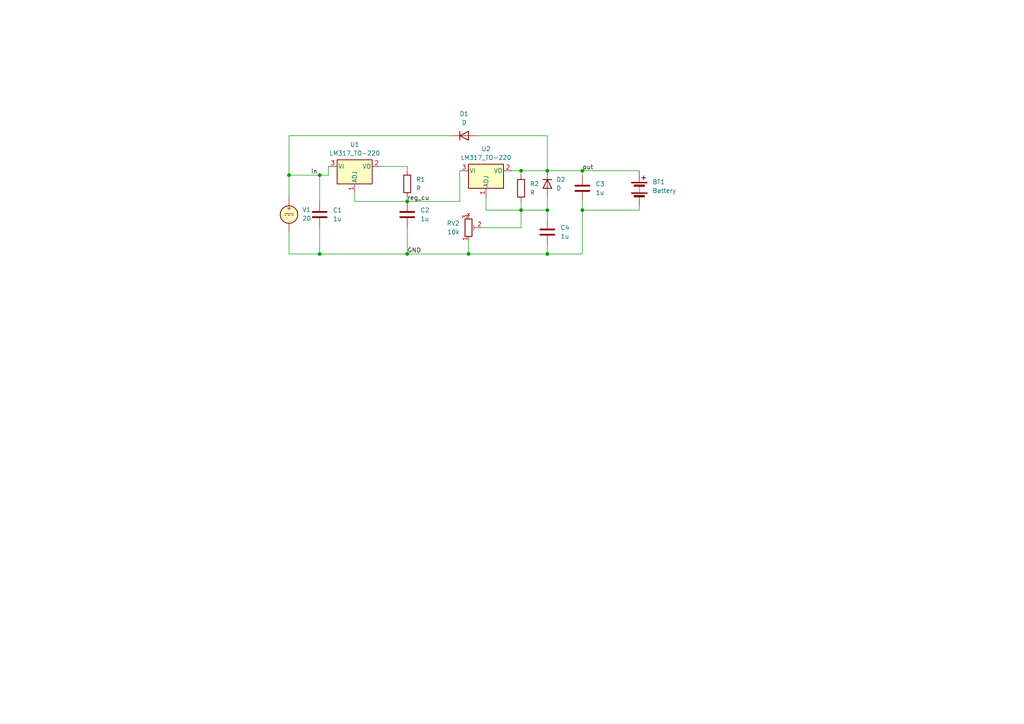
<source format=kicad_sch>
(kicad_sch (version 20250114) (generator "eeschema") (generator_version "9.0")
  (paper "A4")
  (lib_symbols
    (symbol "Device:Battery" (pin_numbers (hide yes)) (pin_names (offset 0) (hide yes))
      (property "Reference" "BT1" (at 3.81 1.8416 0))
      (property "Value" "Battery" (at 3.81 -0.6984 0))
      (symbol "Battery_0_1"
        (rectangle (start -2.286 1.778) (end 2.286 1.524) (fill (type outline)))
        (rectangle (start -2.286 -1.27) (end 2.286 -1.524) (fill (type outline)))
        (rectangle (start -1.524 1.016) (end 1.524 0.508) (fill (type outline)))
        (rectangle (start -1.524 -2.032) (end 1.524 -2.54) (fill (type outline)))
        (polyline (pts (xy 0 1.778) (xy 0 2.54)))
        (polyline (pts (xy 0 0) (xy 0 0.254)))
        (polyline (pts (xy 0 -0.508) (xy 0 -0.254)))
        (polyline (pts (xy 0 -1.016) (xy 0 -0.762)))
        (polyline (pts (xy 0.762 3.048) (xy 1.778 3.048)) (stroke (width 0.254)))
        (polyline (pts (xy 1.27 3.556) (xy 1.27 2.54)) (stroke (width 0.254)))
      )
      (symbol "Battery_1_1"
        (pin output line (at 0 5.08 270) (length 2.54) (name "+") (number "1"))
        (pin passive line (at 0 -5.08 90) (length 2.54) (name "-") (number "2"))
      )
    )
    (symbol "Device:C" (pin_numbers (hide yes)) (pin_names (offset 0.254))
      (property "Reference" "C" (at 0.635 2.54 0))
      (property "Value" "C" (at 0.635 -2.54 0))
      (symbol "C_0_1"
        (polyline (pts (xy -2.032 0.762) (xy 2.032 0.762)) (stroke (width 0.508)))
        (polyline (pts (xy -2.032 -0.762) (xy 2.032 -0.762)) (stroke (width 0.508)))
      )
      (symbol "C_1_1"
        (pin passive line (at 0 3.81 270) (length 2.794) (name "~") (number "1"))
        (pin passive line (at 0 -3.81 90) (length 2.794) (name "~") (number "2"))
      )
    )
    (symbol "Device:D" (pin_numbers (hide yes)) (pin_names (offset 1.016) (hide yes))
      (property "Reference" "D" (at 0 2.54 0))
      (property "Value" "D" (at 0 -2.54 0))
      (symbol "D_0_1"
        (polyline (pts (xy -1.27 1.27) (xy -1.27 -1.27)) (stroke (width 0.254)))
        (polyline (pts (xy 1.27 1.27) (xy 1.27 -1.27) (xy -1.27 0) (xy 1.27 1.27)) (stroke (width 0.254)))
        (polyline (pts (xy 1.27 0) (xy -1.27 0)))
      )
      (symbol "D_1_1"
        (pin passive line (at -3.81 0 0) (length 2.54) (name "K") (number "1"))
        (pin passive line (at 3.81 0 180) (length 2.54) (name "A") (number "2"))
      )
    )
    (symbol "Device:R" (pin_numbers (hide yes)) (pin_names (offset 0))
      (property "Reference" "R" (at 2.032 0 90))
      (property "Value" "R" (at 0 0 90))
      (symbol "R_0_1"
        (rectangle (start -1.016 -2.54) (end 1.016 2.54) (stroke (width 0.254)))
      )
      (symbol "R_1_1"
        (pin passive line (at 0 3.81 270) (length 1.27) (name "~") (number "1"))
        (pin passive line (at 0 -3.81 90) (length 1.27) (name "~") (number "2"))
      )
    )
    (symbol "R_Potentiometer_Trim_2" (pin_names (offset 1.016) (hide yes))
      (property "Reference" "RV2" (at -2.54 -1.2701 0))
      (property "Value" "10k" (at -2.54 1.2699 0))
      (symbol "R_Potentiometer_Trim_2_0_1"
        (rectangle (start 1.016 2.54) (end -1.016 -2.54) (stroke (width 0.254)))
        (polyline (pts (xy 1.524 0.762) (xy 1.524 -0.762)))
        (polyline (pts (xy 2.54 0) (xy 1.524 0)))
      )
      (symbol "R_Potentiometer_Trim_2_1_1"
        (pin passive line (at 0 3.81 270) (length 1.27) (name "1") (number "1"))
        (pin no_connect line (at 0 -3.81 90) (length 1.27) (name "3") (number "3"))
        (pin passive line (at 3.81 0 180) (length 1.27) (name "2") (number "2"))
      )
    )
    (symbol "Regulator_Linear:LM317_TO-220" (pin_names (offset 0.254))
      (property "Reference" "U" (at -3.81 3.175 0))
      (property "Value" "LM317_TO-220" (at 0 3.175 0))
      (symbol "LM317_TO-220_0_1"
        (rectangle (start -5.08 1.905) (end 5.08 -5.08) (stroke (width 0.254)) (fill (type background)))
      )
      (symbol "LM317_TO-220_1_1"
        (pin power_in line (at -7.62 0 0) (length 2.54) (name "VI") (number "3"))
        (pin input line (at 0 -7.62 90) (length 2.54) (name "ADJ") (number "1"))
        (pin power_out line (at 7.62 0 180) (length 2.54) (name "VO") (number "2"))
      )
    )
    (symbol "Simulation_SPICE:VDC" (pin_numbers (hide yes)) (pin_names (offset 0.0254))
      (property "Reference" "V1" (at 3.81 1.3999 0))
      (property "Value" "20" (at 3.81 -1.1401 0))
      (symbol "VDC_0_0"
        (polyline (pts (xy -1.27 0.254) (xy 1.27 0.254)))
        (polyline (pts (xy -0.762 -0.254) (xy -1.27 -0.254)))
        (polyline (pts (xy 0.254 -0.254) (xy -0.254 -0.254)))
        (polyline (pts (xy 1.27 -0.254) (xy 0.762 -0.254)))
        (text "+" (at 0 1.905 0) (effects (font (size 1.27 1.27))))
      )
      (symbol "VDC_0_1"
        (circle (center 0 0) (radius 2.54) (stroke (width 0.254)) (fill (type background)))
      )
      (symbol "VDC_1_1"
        (pin input line (at 0 5.08 270) (length 2.54) (name "~") (number "1"))
        (pin passive line (at 0 -5.08 90) (length 2.54) (name "~") (number "2"))
      )
    )
  )
  (junction (at 135.89 73.66))
  (junction (at 168.91 49.53))
  (junction (at 158.75 49.53))
  (junction (at 92.71 50.8))
  (junction (at 158.75 60.96))
  (junction (at 151.13 60.96))
  (junction (at 151.13 49.53))
  (junction (at 118.11 58.42))
  (junction (at 92.71 73.66))
  (junction (at 118.11 73.66))
  (junction (at 168.91 60.96))
  (junction (at 83.82 50.8))
  (junction (at 158.75 73.66))
  (wire (pts (xy 151.13 49.53) (xy 151.13 50.8)))
  (wire (pts (xy 168.91 49.53) (xy 185.42 49.53)))
  (wire (pts (xy 168.91 58.42) (xy 168.91 60.96)))
  (wire (pts (xy 158.75 49.53) (xy 158.75 39.37)))
  (wire (pts (xy 110.49 48.26) (xy 118.11 48.26)))
  (wire (pts (xy 135.89 73.66) (xy 158.75 73.66)))
  (wire (pts (xy 102.87 58.42) (xy 118.11 58.42)))
  (wire (pts (xy 158.75 71.12) (xy 158.75 73.66)))
  (wire (pts (xy 168.91 49.53) (xy 168.91 50.8)))
  (wire (pts (xy 135.89 69.85) (xy 135.89 73.66)))
  (wire (pts (xy 151.13 60.96) (xy 151.13 66.04)))
  (wire (pts (xy 140.97 57.15) (xy 140.97 60.96)))
  (wire (pts (xy 151.13 60.96) (xy 158.75 60.96)))
  (wire (pts (xy 92.71 50.8) (xy 92.71 58.42)))
  (wire (pts (xy 148.59 49.53) (xy 151.13 49.53)))
  (wire (pts (xy 83.82 39.37) (xy 83.82 50.8)))
  (wire (pts (xy 83.82 50.8) (xy 83.82 57.15)))
  (wire (pts (xy 118.11 73.66) (xy 135.89 73.66)))
  (wire (pts (xy 83.82 73.66) (xy 92.71 73.66)))
  (wire (pts (xy 95.25 48.26) (xy 95.25 50.8)))
  (wire (pts (xy 168.91 73.66) (xy 168.91 60.96)))
  (wire (pts (xy 151.13 66.04) (xy 139.7 66.04)))
  (wire (pts (xy 83.82 50.8) (xy 92.71 50.8)))
  (wire (pts (xy 168.91 60.96) (xy 185.42 60.96)))
  (wire (pts (xy 118.11 57.15) (xy 118.11 58.42)))
  (wire (pts (xy 158.75 73.66) (xy 168.91 73.66)))
  (wire (pts (xy 151.13 58.42) (xy 151.13 60.96)))
  (wire (pts (xy 102.87 58.42) (xy 102.87 55.88)))
  (wire (pts (xy 95.25 50.8) (xy 92.71 50.8)))
  (wire (pts (xy 118.11 58.42) (xy 133.35 58.42)))
  (wire (pts (xy 133.35 49.53) (xy 133.35 58.42)))
  (wire (pts (xy 118.11 49.53) (xy 118.11 48.26)))
  (wire (pts (xy 92.71 73.66) (xy 118.11 73.66)))
  (wire (pts (xy 158.75 60.96) (xy 158.75 63.5)))
  (wire (pts (xy 158.75 39.37) (xy 138.43 39.37)))
  (wire (pts (xy 92.71 66.04) (xy 92.71 73.66)))
  (wire (pts (xy 151.13 49.53) (xy 158.75 49.53)))
  (wire (pts (xy 118.11 66.04) (xy 118.11 73.66)))
  (wire (pts (xy 83.82 67.31) (xy 83.82 73.66)))
  (wire (pts (xy 130.81 39.37) (xy 83.82 39.37)))
  (wire (pts (xy 140.97 60.96) (xy 151.13 60.96)))
  (wire (pts (xy 158.75 60.96) (xy 158.75 57.15)))
  (wire (pts (xy 158.75 49.53) (xy 168.91 49.53)))
  (wire (pts (xy 185.42 60.96) (xy 185.42 59.69)))
  (label "GND" (at 118.11 73.66 0))
  (label "out" (at 168.91 49.53 0))
  (label "reg_cu" (at 118.11 58.42 0))
  (label "in" (at 90.17 50.8 0))
  (symbol (lib_name "R_Potentiometer_Trim_2") (lib_id "Device:R_Potentiometer_Trim") (at 135.89 66.04 0) (mirror x) (unit 1)
    (property "Reference" "RV2" (at 133.35 64.7699 0) (effects (justify right)))
    (property "Value" "10k" (at 133.35 67.3099 0) (effects (justify right)))
    (property "Footprint" "Potentiometer_THT:Potentiometer_Runtron_RM-065_Vertical" (effects (hide yes)))
    (property "Description" "Trim-potentiometer" (effects (hide yes)))
  )
  (symbol (lib_id "Device:R") (at 151.13 54.61 0) (unit 1)
    (property "Reference" "R2" (at 153.67 53.3399 0) (effects (justify left)))
    (property "Value" "R" (at 153.67 55.8799 0) (effects (justify left)))
    (property "Footprint" "Resistor_SMD:R_0805_2012Metric_Pad1.20x1.40mm_HandSolder" (effects (hide yes)))
    (property "Description" "Resistor" (effects (hide yes)))
  )
  (symbol (lib_id "Device:C") (at 92.71 62.23 0) (unit 1)
    (property "Reference" "C1" (at 96.52 60.9599 0) (effects (justify left)))
    (property "Value" "1u" (at 96.52 63.4999 0) (effects (justify left)))
    (property "Footprint" "Capacitor_SMD:C_0805_2012Metric_Pad1.18x1.45mm_HandSolder" (effects (hide yes)))
    (property "Description" "Unpolarized capacitor" (effects (hide yes)))
  )
  (symbol (lib_id "Regulator_Linear:LM317_TO-220") (at 102.87 48.26 0) (unit 1)
    (property "Reference" "U1" (at 102.87 41.91 0))
    (property "Value" "LM317_TO-220" (at 102.87 44.45 0))
    (property "Footprint" "Package_TO_SOT_THT:TO-220-3_Horizontal_TabDown" (effects (hide yes)))
    (property "Datasheet" "http://www.ti.com/lit/ds/symlink/lm317.pdf" (effects (hide yes)))
    (property "Description" "1.5A 35V Adjustable Linear Regulator, TO-220" (effects (hide yes)))
  )
  (symbol (lib_id "Device:D") (at 134.62 39.37 0) (unit 1)
    (property "Reference" "D1" (at 134.62 33.02 0))
    (property "Value" "D" (at 134.62 35.56 0))
    (property "Footprint" "Diode_SMD:D_SOD-323_HandSoldering" (effects (hide yes)))
    (property "Description" "Diode" (effects (hide yes)))
    (property "Sim.Device" "D" (effects (hide yes)))
    (property "Sim.Pins" "1=K 2=A" (effects (hide yes)))
  )
  (symbol (lib_id "Device:C") (at 158.75 67.31 0) (unit 1)
    (property "Reference" "C4" (at 162.56 66.0399 0) (effects (justify left)))
    (property "Value" "1u" (at 162.56 68.5799 0) (effects (justify left)))
    (property "Footprint" "Capacitor_SMD:C_0805_2012Metric_Pad1.18x1.45mm_HandSolder" (effects (hide yes)))
    (property "Description" "Unpolarized capacitor" (effects (hide yes)))
  )
  (symbol (lib_id "Device:Battery") (at 185.42 54.61 0) (unit 1)
    (property "Reference" "BT1" (at 189.23 52.7684 0) (effects (justify left)))
    (property "Value" "Battery" (at 189.23 55.3084 0) (effects (justify left)))
    (property "Footprint" "Connector_AMASS:AMASS_XT60-M_1x02_P7.20mm_Vertical" (effects (hide yes)))
    (property "Description" "Multiple-cell battery" (effects (hide yes)))
  )
  (symbol (lib_id "Device:C") (at 168.91 54.61 0) (unit 1)
    (property "Reference" "C3" (at 172.72 53.3399 0) (effects (justify left)))
    (property "Value" "1u" (at 172.72 55.8799 0) (effects (justify left)))
    (property "Footprint" "Capacitor_SMD:C_0805_2012Metric_Pad1.18x1.45mm_HandSolder" (effects (hide yes)))
    (property "Description" "Unpolarized capacitor" (effects (hide yes)))
  )
  (symbol (lib_id "Regulator_Linear:LM317_TO-220") (at 140.97 49.53 0) (unit 1)
    (property "Reference" "U2" (at 140.97 43.18 0))
    (property "Value" "LM317_TO-220" (at 140.97 45.72 0))
    (property "Footprint" "Package_TO_SOT_THT:TO-220-3_Horizontal_TabDown" (effects (hide yes)))
    (property "Datasheet" "http://www.ti.com/lit/ds/symlink/lm317.pdf" (effects (hide yes)))
    (property "Description" "1.5A 35V Adjustable Linear Regulator, TO-220" (effects (hide yes)))
  )
  (symbol (lib_id "Simulation_SPICE:VDC") (at 83.82 62.23 0) (unit 1)
    (property "Reference" "V1" (at 87.63 60.8301 0) (effects (justify left)))
    (property "Value" "20" (at 87.63 63.3701 0) (effects (justify left)))
    (property "Footprint" "Connector_BarrelJack:BarrelJack_Wuerth_6941xx301002" (effects (hide yes)))
    (property "Datasheet" "https://ngspice.sourceforge.io/docs/ngspice-html-manual/manual.xhtml#sec_Independent_Sources_for" (effects (hide yes)))
    (property "Description" "Voltage source, DC" (effects (hide yes)))
    (property "Sim.Pins" "1=+ 2=-" (effects (hide yes)))
    (property "Sim.Type" "DC" (effects (hide yes)))
    (property "Sim.Device" "V" (effects (hide yes)))
  )
  (symbol (lib_id "Device:C") (at 118.11 62.23 0) (unit 1)
    (property "Reference" "C2" (at 121.92 60.9599 0) (effects (justify left)))
    (property "Value" "1u" (at 121.92 63.4999 0) (effects (justify left)))
    (property "Footprint" "Capacitor_SMD:C_0805_2012Metric_Pad1.18x1.45mm_HandSolder" (effects (hide yes)))
    (property "Description" "Unpolarized capacitor" (effects (hide yes)))
  )
  (symbol (lib_id "Device:R") (at 118.11 53.34 0) (unit 1)
    (property "Reference" "R1" (at 120.65 52.0699 0) (effects (justify left)))
    (property "Value" "R" (at 120.65 54.6099 0) (effects (justify left)))
    (property "Footprint" "Resistor_THT:R_Axial_Power_L25.0mm_W9.0mm_P27.94mm" (effects (hide yes)))
    (property "Description" "Resistor" (effects (hide yes)))
  )
  (symbol (lib_id "Device:D") (at 158.75 53.34 270) (unit 1)
    (property "Reference" "D2" (at 161.29 52.0699 90) (effects (justify left)))
    (property "Value" "D" (at 161.29 54.6099 90) (effects (justify left)))
    (property "Footprint" "Diode_SMD:D_SOD-323_HandSoldering" (effects (hide yes)))
    (property "Description" "Diode" (effects (hide yes)))
    (property "Sim.Device" "D" (effects (hide yes)))
    (property "Sim.Pins" "1=K 2=A" (effects (hide yes)))
  )
)
</source>
